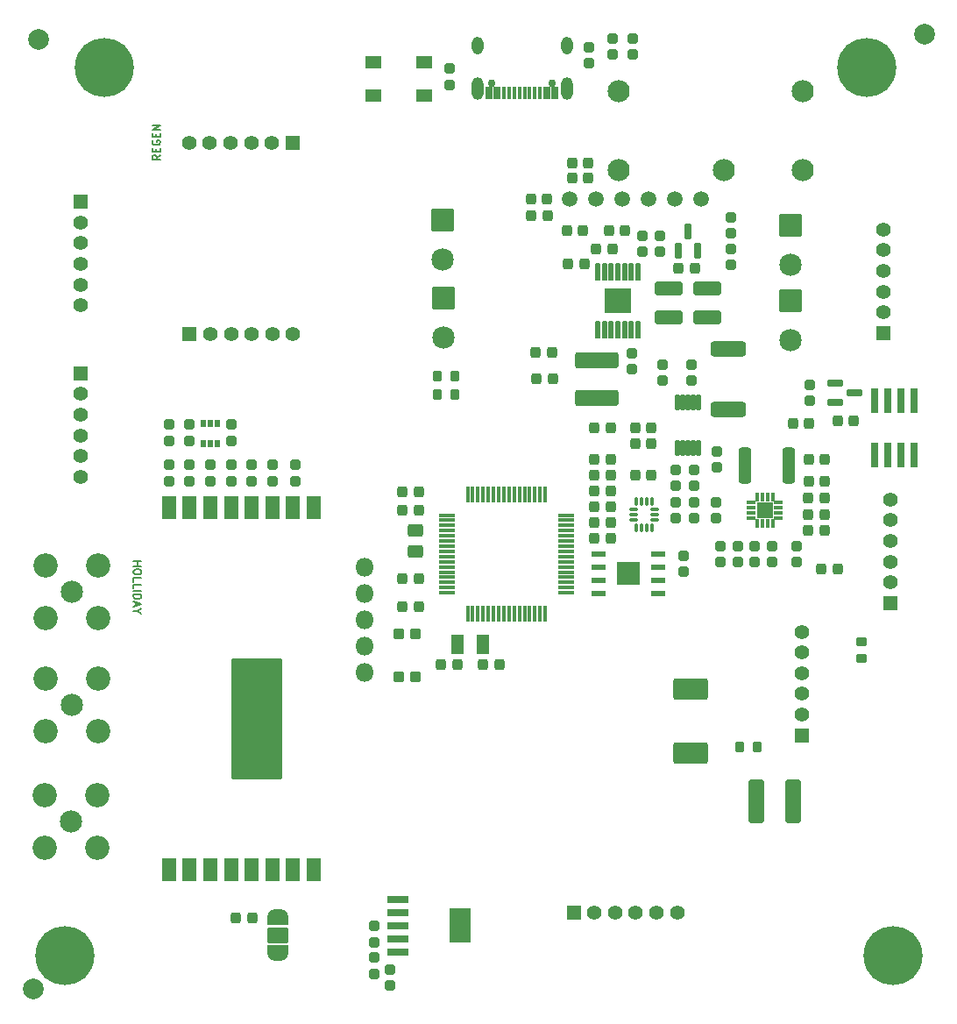
<source format=gts>
%TF.GenerationSoftware,KiCad,Pcbnew,(6.0.5)*%
%TF.CreationDate,2022-08-04T22:39:57-07:00*%
%TF.ProjectId,mainboard,6d61696e-626f-4617-9264-2e6b69636164,rev?*%
%TF.SameCoordinates,Original*%
%TF.FileFunction,Soldermask,Top*%
%TF.FilePolarity,Negative*%
%FSLAX46Y46*%
G04 Gerber Fmt 4.6, Leading zero omitted, Abs format (unit mm)*
G04 Created by KiCad (PCBNEW (6.0.5)) date 2022-08-04 22:39:57*
%MOMM*%
%LPD*%
G01*
G04 APERTURE LIST*
G04 Aperture macros list*
%AMRoundRect*
0 Rectangle with rounded corners*
0 $1 Rounding radius*
0 $2 $3 $4 $5 $6 $7 $8 $9 X,Y pos of 4 corners*
0 Add a 4 corners polygon primitive as box body*
4,1,4,$2,$3,$4,$5,$6,$7,$8,$9,$2,$3,0*
0 Add four circle primitives for the rounded corners*
1,1,$1+$1,$2,$3*
1,1,$1+$1,$4,$5*
1,1,$1+$1,$6,$7*
1,1,$1+$1,$8,$9*
0 Add four rect primitives between the rounded corners*
20,1,$1+$1,$2,$3,$4,$5,0*
20,1,$1+$1,$4,$5,$6,$7,0*
20,1,$1+$1,$6,$7,$8,$9,0*
20,1,$1+$1,$8,$9,$2,$3,0*%
%AMFreePoly0*
4,1,42,0.785921,0.985921,0.800800,0.950000,0.800800,-0.950000,0.785921,-0.985921,0.750000,-1.000800,0.000000,-1.000800,-0.012493,-0.995625,-0.095799,-0.994317,-0.107892,-0.992660,-0.270578,-0.949981,-0.281927,-0.945488,-0.429737,-0.865233,-0.439686,-0.858162,-0.564086,-0.744967,-0.572062,-0.735727,-0.665870,-0.596126,-0.671411,-0.585251,-0.729211,-0.427304,-0.731998,-0.415421,-0.749646,-0.255575,
-0.748541,-0.255453,-0.750800,-0.250000,-0.750800,0.250000,-0.750374,0.251027,-0.750455,0.251757,-0.750327,0.263961,-0.728373,0.430714,-0.725338,0.442536,-0.664242,0.599239,-0.658474,0.609996,-0.561763,0.747601,-0.553596,0.756672,-0.426853,0.867237,-0.416757,0.874098,-0.267299,0.951239,-0.255859,0.955493,-0.092315,0.994757,-0.080190,0.996160,-0.012063,0.995804,0.000000,1.000800,
0.750000,1.000800,0.785921,0.985921,0.785921,0.985921,$1*%
%AMFreePoly1*
4,1,41,0.012372,0.995676,0.087999,0.995279,0.100109,0.993750,0.263234,0.952776,0.274629,0.948401,0.423270,0.869699,0.433293,0.862733,0.558872,0.750847,0.566944,0.741691,0.662209,0.603080,0.667864,0.592263,0.727315,0.434929,0.730226,0.423076,0.750432,0.256103,0.750800,0.250000,0.750800,-0.250000,0.750797,-0.250534,0.750643,-0.265194,0.750139,-0.271818,0.726441,-0.438331,
0.723282,-0.450121,0.660549,-0.606176,0.654669,-0.616872,0.556522,-0.753457,0.548260,-0.762442,0.420366,-0.871674,0.410200,-0.878428,0.259943,-0.954000,0.248458,-0.958135,0.084511,-0.995683,0.072372,-0.996959,0.011580,-0.996004,0.000000,-1.000800,-0.750000,-1.000800,-0.785921,-0.985921,-0.800800,-0.950000,-0.800800,0.950000,-0.785921,0.985921,-0.750000,1.000800,0.000000,1.000800,
0.012372,0.995676,0.012372,0.995676,$1*%
G04 Aperture macros list end*
%ADD10C,0.190500*%
%ADD11RoundRect,0.250800X-0.200000X-0.275000X0.200000X-0.275000X0.200000X0.275000X-0.200000X0.275000X0*%
%ADD12RoundRect,0.250800X0.275000X-0.200000X0.275000X0.200000X-0.275000X0.200000X-0.275000X-0.200000X0*%
%ADD13RoundRect,0.300800X-1.400000X0.750000X-1.400000X-0.750000X1.400000X-0.750000X1.400000X0.750000X0*%
%ADD14RoundRect,0.269550X0.218750X0.256250X-0.218750X0.256250X-0.218750X-0.256250X0.218750X-0.256250X0*%
%ADD15RoundRect,0.269550X-0.256250X0.218750X-0.256250X-0.218750X0.256250X-0.218750X0.256250X0.218750X0*%
%ADD16RoundRect,0.269550X-0.218750X-0.256250X0.218750X-0.256250X0.218750X0.256250X-0.218750X0.256250X0*%
%ADD17RoundRect,0.269550X0.256250X-0.218750X0.256250X0.218750X-0.256250X0.218750X-0.256250X-0.218750X0*%
%ADD18RoundRect,0.063500X-0.152400X0.800100X-0.152400X-0.800100X0.152400X-0.800100X0.152400X0.800100X0*%
%ADD19RoundRect,0.063500X-1.230000X1.155000X-1.230000X-1.155000X1.230000X-1.155000X1.230000X1.155000X0*%
%ADD20RoundRect,0.063500X-0.660400X0.279400X-0.660400X-0.279400X0.660400X-0.279400X0.660400X0.279400X0*%
%ADD21RoundRect,0.050800X0.150000X0.737500X-0.150000X0.737500X-0.150000X-0.737500X0.150000X-0.737500X0*%
%ADD22RoundRect,0.050800X0.737500X-0.150000X0.737500X0.150000X-0.737500X0.150000X-0.737500X-0.150000X0*%
%ADD23RoundRect,0.050800X0.304800X1.104900X-0.304800X1.104900X-0.304800X-1.104900X0.304800X-1.104900X0*%
%ADD24RoundRect,0.300800X-0.312500X-1.450000X0.312500X-1.450000X0.312500X1.450000X-0.312500X1.450000X0*%
%ADD25O,1.801600X1.801600*%
%ADD26RoundRect,0.063500X-0.600000X-0.225000X0.600000X-0.225000X0.600000X0.225000X-0.600000X0.225000X0*%
%ADD27RoundRect,0.063500X1.050000X-1.050000X1.050000X1.050000X-1.050000X1.050000X-1.050000X-1.050000X0*%
%ADD28RoundRect,0.063500X-0.350000X0.125000X-0.350000X-0.125000X0.350000X-0.125000X0.350000X0.125000X0*%
%ADD29RoundRect,0.063500X0.125000X0.350000X-0.125000X0.350000X-0.125000X-0.350000X0.125000X-0.350000X0*%
%ADD30RoundRect,0.063500X0.350000X-0.125000X0.350000X0.125000X-0.350000X0.125000X-0.350000X-0.125000X0*%
%ADD31RoundRect,0.063500X-0.125000X-0.350000X0.125000X-0.350000X0.125000X0.350000X-0.125000X0.350000X0*%
%ADD32RoundRect,0.063500X0.725000X-0.725000X0.725000X0.725000X-0.725000X0.725000X-0.725000X-0.725000X0*%
%ADD33C,5.701600*%
%ADD34C,2.000000*%
%ADD35C,2.133600*%
%ADD36C,2.151600*%
%ADD37C,2.351600*%
%ADD38RoundRect,0.050800X0.750000X0.500000X-0.750000X0.500000X-0.750000X-0.500000X0.750000X-0.500000X0*%
%ADD39RoundRect,0.050800X-0.125000X-0.337500X0.125000X-0.337500X0.125000X0.337500X-0.125000X0.337500X0*%
%ADD40RoundRect,0.050800X-0.337500X0.125000X-0.337500X-0.125000X0.337500X-0.125000X0.337500X0.125000X0*%
%ADD41RoundRect,0.300800X-0.450000X0.325000X-0.450000X-0.325000X0.450000X-0.325000X0.450000X0.325000X0*%
%ADD42RoundRect,0.050800X0.500000X0.900000X-0.500000X0.900000X-0.500000X-0.900000X0.500000X-0.900000X0*%
%ADD43RoundRect,0.063500X-1.016000X1.016000X-1.016000X-1.016000X1.016000X-1.016000X1.016000X1.016000X0*%
%ADD44C,2.159000*%
%ADD45RoundRect,0.300800X-1.425000X0.425000X-1.425000X-0.425000X1.425000X-0.425000X1.425000X0.425000X0*%
%ADD46RoundRect,0.383800X-1.767000X0.417000X-1.767000X-0.417000X1.767000X-0.417000X1.767000X0.417000X0*%
%ADD47RoundRect,0.063500X-0.279400X-0.660400X0.279400X-0.660400X0.279400X0.660400X-0.279400X0.660400X0*%
%ADD48RoundRect,0.300800X1.075000X-0.375000X1.075000X0.375000X-1.075000X0.375000X-1.075000X-0.375000X0*%
%ADD49RoundRect,0.050800X-0.165100X0.675000X-0.165100X-0.675000X0.165100X-0.675000X0.165100X0.675000X0*%
%ADD50RoundRect,0.063500X-0.650000X1.000000X-0.650000X-1.000000X0.650000X-1.000000X0.650000X1.000000X0*%
%ADD51RoundRect,0.063500X-2.350000X5.750000X-2.350000X-5.750000X2.350000X-5.750000X2.350000X5.750000X0*%
%ADD52RoundRect,0.050800X0.450000X-0.450000X0.450000X0.450000X-0.450000X0.450000X-0.450000X-0.450000X0*%
%ADD53RoundRect,0.050800X0.200000X-0.325000X0.200000X0.325000X-0.200000X0.325000X-0.200000X-0.325000X0*%
%ADD54RoundRect,0.050800X1.000000X-0.325000X1.000000X0.325000X-1.000000X0.325000X-1.000000X-0.325000X0*%
%ADD55RoundRect,0.050800X-1.000000X-1.600000X1.000000X-1.600000X1.000000X1.600000X-1.000000X1.600000X0*%
%ADD56FreePoly0,270.000000*%
%ADD57RoundRect,0.050800X-0.950000X0.700000X-0.950000X-0.700000X0.950000X-0.700000X0.950000X0.700000X0*%
%ADD58FreePoly1,270.000000*%
%ADD59C,0.751600*%
%ADD60RoundRect,0.050800X0.300000X0.575000X-0.300000X0.575000X-0.300000X-0.575000X0.300000X-0.575000X0*%
%ADD61RoundRect,0.050800X0.150000X0.575000X-0.150000X0.575000X-0.150000X-0.575000X0.150000X-0.575000X0*%
%ADD62O,1.101600X2.201600*%
%ADD63O,1.101600X1.701600*%
%ADD64RoundRect,0.250800X0.200000X0.275000X-0.200000X0.275000X-0.200000X-0.275000X0.200000X-0.275000X0*%
%ADD65RoundRect,0.383800X0.417000X1.767000X-0.417000X1.767000X-0.417000X-1.767000X0.417000X-1.767000X0*%
%ADD66RoundRect,0.050800X-0.654000X0.654000X-0.654000X-0.654000X0.654000X-0.654000X0.654000X0.654000X0*%
%ADD67C,1.409600*%
%ADD68RoundRect,0.050800X0.654000X0.654000X-0.654000X0.654000X-0.654000X-0.654000X0.654000X-0.654000X0*%
%ADD69RoundRect,0.050800X0.654000X-0.654000X0.654000X0.654000X-0.654000X0.654000X-0.654000X-0.654000X0*%
%ADD70RoundRect,0.050800X-0.654000X-0.654000X0.654000X-0.654000X0.654000X0.654000X-0.654000X0.654000X0*%
%ADD71C,1.501600*%
G04 APERTURE END LIST*
D10*
X110018285Y-105246714D02*
X110780285Y-105246714D01*
X110417428Y-105246714D02*
X110417428Y-105682142D01*
X110018285Y-105682142D02*
X110780285Y-105682142D01*
X110780285Y-106190142D02*
X110780285Y-106335285D01*
X110744000Y-106407857D01*
X110671428Y-106480428D01*
X110526285Y-106516714D01*
X110272285Y-106516714D01*
X110127142Y-106480428D01*
X110054571Y-106407857D01*
X110018285Y-106335285D01*
X110018285Y-106190142D01*
X110054571Y-106117571D01*
X110127142Y-106045000D01*
X110272285Y-106008714D01*
X110526285Y-106008714D01*
X110671428Y-106045000D01*
X110744000Y-106117571D01*
X110780285Y-106190142D01*
X110018285Y-107206142D02*
X110018285Y-106843285D01*
X110780285Y-106843285D01*
X110018285Y-107823000D02*
X110018285Y-107460142D01*
X110780285Y-107460142D01*
X110018285Y-108077000D02*
X110780285Y-108077000D01*
X110018285Y-108439857D02*
X110780285Y-108439857D01*
X110780285Y-108621285D01*
X110744000Y-108730142D01*
X110671428Y-108802714D01*
X110598857Y-108839000D01*
X110453714Y-108875285D01*
X110344857Y-108875285D01*
X110199714Y-108839000D01*
X110127142Y-108802714D01*
X110054571Y-108730142D01*
X110018285Y-108621285D01*
X110018285Y-108439857D01*
X110236000Y-109165571D02*
X110236000Y-109528428D01*
X110018285Y-109093000D02*
X110780285Y-109347000D01*
X110018285Y-109601000D01*
X110381142Y-110000142D02*
X110018285Y-110000142D01*
X110780285Y-109746142D02*
X110381142Y-110000142D01*
X110780285Y-110254142D01*
X112612714Y-66003714D02*
X112249857Y-66257714D01*
X112612714Y-66439142D02*
X111850714Y-66439142D01*
X111850714Y-66148857D01*
X111887000Y-66076285D01*
X111923285Y-66040000D01*
X111995857Y-66003714D01*
X112104714Y-66003714D01*
X112177285Y-66040000D01*
X112213571Y-66076285D01*
X112249857Y-66148857D01*
X112249857Y-66439142D01*
X112213571Y-65677142D02*
X112213571Y-65423142D01*
X112612714Y-65314285D02*
X112612714Y-65677142D01*
X111850714Y-65677142D01*
X111850714Y-65314285D01*
X111887000Y-64588571D02*
X111850714Y-64661142D01*
X111850714Y-64770000D01*
X111887000Y-64878857D01*
X111959571Y-64951428D01*
X112032142Y-64987714D01*
X112177285Y-65024000D01*
X112286142Y-65024000D01*
X112431285Y-64987714D01*
X112503857Y-64951428D01*
X112576428Y-64878857D01*
X112612714Y-64770000D01*
X112612714Y-64697428D01*
X112576428Y-64588571D01*
X112540142Y-64552285D01*
X112286142Y-64552285D01*
X112286142Y-64697428D01*
X112213571Y-64225714D02*
X112213571Y-63971714D01*
X112612714Y-63862857D02*
X112612714Y-64225714D01*
X111850714Y-64225714D01*
X111850714Y-63862857D01*
X112612714Y-63536285D02*
X111850714Y-63536285D01*
X112612714Y-63100857D01*
X111850714Y-63100857D01*
D11*
X168593000Y-123190000D03*
X170243000Y-123190000D03*
D12*
X180340000Y-114617000D03*
X180340000Y-112967000D03*
D13*
X163830000Y-117550000D03*
X163830000Y-123750000D03*
D14*
X176809500Y-95377000D03*
X175234500Y-95377000D03*
D15*
X174053500Y-103733500D03*
X174053500Y-105308500D03*
D16*
X176475600Y-105966096D03*
X178050600Y-105966096D03*
D17*
X168402000Y-105308500D03*
X168402000Y-103733500D03*
D16*
X175205600Y-99097896D03*
X176780600Y-99097896D03*
X175205600Y-102235000D03*
X176780600Y-102235000D03*
D15*
X166291134Y-99501696D03*
X166291134Y-101076696D03*
D16*
X178028500Y-91694000D03*
X179603500Y-91694000D03*
D18*
X158766134Y-77289496D03*
X158116121Y-77289496D03*
X157466112Y-77289496D03*
X156816100Y-77289496D03*
X156166088Y-77289496D03*
X155516079Y-77289496D03*
X154866066Y-77289496D03*
X154866066Y-82826696D03*
X155516079Y-82826696D03*
X156166088Y-82826696D03*
X156816100Y-82826696D03*
X157466112Y-82826696D03*
X158116121Y-82826696D03*
X158766134Y-82826696D03*
D19*
X156816100Y-80058096D03*
D16*
X148945500Y-87630000D03*
X150520500Y-87630000D03*
X148853100Y-85090000D03*
X150428100Y-85090000D03*
D17*
X158178500Y-86703000D03*
X158178500Y-85128000D03*
D14*
X153568500Y-76517500D03*
X151993500Y-76517500D03*
X156299000Y-75057000D03*
X154724000Y-75057000D03*
D20*
X177783800Y-87995596D03*
X177783800Y-89900596D03*
X179663400Y-88948096D03*
D15*
X166751000Y-103733500D03*
X166751000Y-105308500D03*
D16*
X162661500Y-76962000D03*
X164236500Y-76962000D03*
D21*
X142300000Y-110259000D03*
X142800000Y-110259000D03*
X143300000Y-110259000D03*
X143800000Y-110259000D03*
X144300000Y-110259000D03*
X144800000Y-110259000D03*
X145300000Y-110259000D03*
X145800000Y-110259000D03*
X146300000Y-110259000D03*
X146800000Y-110259000D03*
X147300000Y-110259000D03*
X147800000Y-110259000D03*
X148300000Y-110259000D03*
X148800000Y-110259000D03*
X149300000Y-110259000D03*
X149800000Y-110259000D03*
D22*
X151788000Y-108271000D03*
X151788000Y-107771000D03*
X151788000Y-107271000D03*
X151788000Y-106771000D03*
X151788000Y-106271000D03*
X151788000Y-105771000D03*
X151788000Y-105271000D03*
X151788000Y-104771000D03*
X151788000Y-104271000D03*
X151788000Y-103771000D03*
X151788000Y-103271000D03*
X151788000Y-102771000D03*
X151788000Y-102271000D03*
X151788000Y-101771000D03*
X151788000Y-101271000D03*
X151788000Y-100771000D03*
D21*
X149800000Y-98783000D03*
X149300000Y-98783000D03*
X148800000Y-98783000D03*
X148300000Y-98783000D03*
X147800000Y-98783000D03*
X147300000Y-98783000D03*
X146800000Y-98783000D03*
X146300000Y-98783000D03*
X145800000Y-98783000D03*
X145300000Y-98783000D03*
X144800000Y-98783000D03*
X144300000Y-98783000D03*
X143800000Y-98783000D03*
X143300000Y-98783000D03*
X142800000Y-98783000D03*
X142300000Y-98783000D03*
D22*
X140312000Y-100771000D03*
X140312000Y-101271000D03*
X140312000Y-101771000D03*
X140312000Y-102271000D03*
X140312000Y-102771000D03*
X140312000Y-103271000D03*
X140312000Y-103771000D03*
X140312000Y-104271000D03*
X140312000Y-104771000D03*
X140312000Y-105271000D03*
X140312000Y-105771000D03*
X140312000Y-106271000D03*
X140312000Y-106771000D03*
X140312000Y-107271000D03*
X140312000Y-107771000D03*
X140312000Y-108271000D03*
D23*
X185420000Y-89712800D03*
X184150000Y-89712800D03*
X182880000Y-89712800D03*
X181610000Y-89712800D03*
X181610000Y-94945200D03*
X182880000Y-94945200D03*
X184150000Y-94945200D03*
X185420000Y-94945200D03*
D24*
X169058500Y-96012000D03*
X173333500Y-96012000D03*
D16*
X135991500Y-100330000D03*
X137566500Y-100330000D03*
D25*
X132384800Y-105816400D03*
X132384800Y-108356400D03*
X132384800Y-110896400D03*
X132384800Y-113436400D03*
X132384800Y-115976400D03*
D26*
X154996000Y-104521000D03*
X154996000Y-105791000D03*
X154996000Y-107061000D03*
X154996000Y-108331000D03*
X160726000Y-108331000D03*
X160726000Y-107061000D03*
X160726000Y-105791000D03*
X160726000Y-104521000D03*
D27*
X157861000Y-106426000D03*
D16*
X154533500Y-95377000D03*
X156108500Y-95377000D03*
D28*
X172316100Y-101046496D03*
X172316100Y-100546496D03*
X172316100Y-100046496D03*
X172316100Y-99546496D03*
D29*
X171766100Y-98996496D03*
X171266100Y-98996496D03*
X170766100Y-98996496D03*
X170266100Y-98996496D03*
D30*
X169716100Y-99546496D03*
X169716100Y-100046496D03*
X169716100Y-100546496D03*
X169716100Y-101046496D03*
D31*
X170266100Y-101596496D03*
X170766100Y-101596496D03*
X171266100Y-101596496D03*
X171766100Y-101596496D03*
D32*
X171016100Y-100296496D03*
D14*
X137566500Y-109601000D03*
X135991500Y-109601000D03*
D33*
X107236100Y-57564100D03*
X103426100Y-143294100D03*
X183426100Y-143294100D03*
X180896100Y-57564100D03*
D34*
X100330000Y-146558000D03*
D35*
X156892300Y-67485096D03*
X156892300Y-59865096D03*
X167052300Y-67485096D03*
X174672300Y-59865096D03*
X174672300Y-67485096D03*
D17*
X154051000Y-57155500D03*
X154051000Y-55580500D03*
D15*
X158254700Y-54711500D03*
X158254700Y-56286500D03*
D36*
X104076500Y-108204000D03*
D37*
X101536500Y-105664000D03*
X106616500Y-105664000D03*
X106616500Y-110744000D03*
X101536500Y-110744000D03*
D14*
X153949500Y-66776600D03*
X152374500Y-66776600D03*
D16*
X148437500Y-71818500D03*
X150012500Y-71818500D03*
D15*
X159194500Y-73761500D03*
X159194500Y-75336500D03*
D16*
X151866500Y-73279000D03*
X153441500Y-73279000D03*
D36*
X103949500Y-130365500D03*
D37*
X106489500Y-127825500D03*
X101409500Y-132905500D03*
X106489500Y-132905500D03*
X101409500Y-127825500D03*
D36*
X104076500Y-119126000D03*
D37*
X101536500Y-116586000D03*
X101536500Y-121666000D03*
X106616500Y-121666000D03*
X106616500Y-116586000D03*
D38*
X138086000Y-60274000D03*
X138086000Y-57074000D03*
X133186000Y-57074000D03*
X133186000Y-60274000D03*
D14*
X156108500Y-102997000D03*
X154533500Y-102997000D03*
D15*
X162433000Y-99501696D03*
X162433000Y-101076696D03*
D39*
X158635000Y-101973000D03*
X159135000Y-101973000D03*
X159635000Y-101973000D03*
X160135000Y-101973000D03*
D40*
X160397000Y-101211000D03*
X160397000Y-100711000D03*
X160397000Y-100211000D03*
D39*
X160135000Y-99449000D03*
X159635000Y-99449000D03*
X159135000Y-99449000D03*
X158635000Y-99449000D03*
D40*
X158373000Y-100211000D03*
X158373000Y-100711000D03*
X158373000Y-101211000D03*
D17*
X164211000Y-101076696D03*
X164211000Y-99501696D03*
D15*
X163195000Y-104670596D03*
X163195000Y-106245596D03*
D16*
X135991500Y-106934000D03*
X137566500Y-106934000D03*
D14*
X137566500Y-98552000D03*
X135991500Y-98552000D03*
D41*
X137287000Y-102226000D03*
X137287000Y-104276000D03*
D16*
X175205600Y-100700296D03*
X176780600Y-100700296D03*
X175234500Y-97536000D03*
X176809500Y-97536000D03*
D17*
X140589000Y-59207500D03*
X140589000Y-57632500D03*
D14*
X157505500Y-73279000D03*
X155930500Y-73279000D03*
D16*
X148399500Y-70231000D03*
X149974500Y-70231000D03*
X154533500Y-99949000D03*
X156108500Y-99949000D03*
X154533500Y-101473000D03*
X156108500Y-101473000D03*
D14*
X160045500Y-96901000D03*
X158470500Y-96901000D03*
X156108500Y-98425000D03*
X154533500Y-98425000D03*
D17*
X162433000Y-97942500D03*
X162433000Y-96367500D03*
X164211000Y-97942500D03*
X164211000Y-96367500D03*
D16*
X158470500Y-93853000D03*
X160045500Y-93853000D03*
D17*
X166370000Y-96164500D03*
X166370000Y-94589500D03*
D14*
X156108500Y-96901000D03*
X154533500Y-96901000D03*
D16*
X143789300Y-115183920D03*
X145364300Y-115183920D03*
D42*
X141294800Y-113278920D03*
X143794800Y-113278920D03*
D14*
X141300300Y-115183920D03*
X139725300Y-115183920D03*
D16*
X154533500Y-92329000D03*
X156108500Y-92329000D03*
D43*
X173532800Y-80035400D03*
D44*
X173532800Y-83891000D03*
D17*
X160909000Y-75336500D03*
X160909000Y-73761500D03*
X156293500Y-56286500D03*
X156293500Y-54711500D03*
D45*
X167513000Y-84730000D03*
X167513000Y-90530000D03*
D46*
X154813000Y-85830000D03*
X154813000Y-89430000D03*
D47*
X162623500Y-75234800D03*
X164528500Y-75234800D03*
X163576000Y-73355200D03*
D43*
X139954000Y-79781400D03*
D44*
X139954000Y-83637000D03*
D14*
X175285500Y-91948000D03*
X173710500Y-91948000D03*
D15*
X175387000Y-88160596D03*
X175387000Y-89735596D03*
D48*
X161769100Y-81712096D03*
X161769100Y-78912096D03*
X165481000Y-81712096D03*
X165481000Y-78912096D03*
D16*
X158470500Y-92329000D03*
X160045500Y-92329000D03*
D15*
X167767000Y-71983500D03*
X167767000Y-73558500D03*
X163957000Y-86207500D03*
X163957000Y-87782500D03*
D49*
X164576001Y-89905000D03*
X164075999Y-89905000D03*
X163576000Y-89905000D03*
X163076001Y-89905000D03*
X162575999Y-89905000D03*
X162575999Y-94255000D03*
X163076001Y-94255000D03*
X163576000Y-94255000D03*
X164075999Y-94255000D03*
X164576001Y-94255000D03*
D50*
X113438600Y-135011500D03*
X115438600Y-135011500D03*
X117438600Y-135011500D03*
X119438600Y-135011500D03*
X121438600Y-135011500D03*
X123438600Y-135011500D03*
X125438600Y-135011500D03*
X127438600Y-135011500D03*
X127438600Y-100011500D03*
X125438600Y-100011500D03*
X123438600Y-100011500D03*
X121438600Y-100011500D03*
X119438600Y-100011500D03*
X117438600Y-100011500D03*
X115438600Y-100011500D03*
X113438600Y-100011500D03*
D51*
X121938600Y-120411500D03*
D15*
X133266000Y-143484500D03*
X133266000Y-145059500D03*
X170053000Y-103733500D03*
X170053000Y-105308500D03*
X171703040Y-103733500D03*
X171703040Y-105308500D03*
D52*
X135661500Y-112250000D03*
X135661500Y-116350000D03*
X137261500Y-112250000D03*
X137261500Y-116350000D03*
D17*
X167767000Y-76606500D03*
X167767000Y-75031500D03*
X115438600Y-97498000D03*
X115438600Y-95923000D03*
X113438600Y-97498000D03*
X113438600Y-95923000D03*
D15*
X119438600Y-95923000D03*
X119438600Y-97498000D03*
D17*
X121438600Y-97498000D03*
X121438600Y-95923000D03*
X113438600Y-93586400D03*
X113438600Y-92011400D03*
X119438600Y-93586400D03*
X119438600Y-92011400D03*
D53*
X116788600Y-93850500D03*
X117438600Y-93850500D03*
X118088600Y-93850500D03*
X118088600Y-91950500D03*
X117438600Y-91950500D03*
X116788600Y-91950500D03*
D15*
X115438600Y-92011400D03*
X115438600Y-93586400D03*
X117438600Y-95923000D03*
X117438600Y-97498000D03*
X123438600Y-95923000D03*
X123438600Y-97498000D03*
D17*
X125666500Y-97498000D03*
X125666500Y-95923000D03*
D54*
X135600000Y-137922000D03*
X135600000Y-139192000D03*
X135600000Y-140462000D03*
X135600000Y-141732000D03*
X135600000Y-143002000D03*
D55*
X141600000Y-140462000D03*
D56*
X123939300Y-139625600D03*
D57*
X123939300Y-141325600D03*
D58*
X123939300Y-143025600D03*
D16*
X119913300Y-139674600D03*
X121488300Y-139674600D03*
D15*
X134790000Y-144627500D03*
X134790000Y-146202500D03*
X133266000Y-140436500D03*
X133266000Y-142011500D03*
D16*
X152374500Y-68199000D03*
X153949500Y-68199000D03*
D15*
X161163000Y-86207500D03*
X161163000Y-87782500D03*
D59*
X144662000Y-59063000D03*
X150442000Y-59063000D03*
D60*
X150752000Y-60038000D03*
X149952000Y-60038000D03*
D61*
X148802000Y-60038000D03*
X147802000Y-60038000D03*
X147302000Y-60038000D03*
X146302000Y-60038000D03*
D60*
X145152000Y-60038000D03*
X144352000Y-60038000D03*
D61*
X145802000Y-60038000D03*
X146802000Y-60038000D03*
X148302000Y-60038000D03*
X149302000Y-60038000D03*
D62*
X143232000Y-59563000D03*
X151872000Y-59563000D03*
D63*
X151872000Y-55413000D03*
X143232000Y-55413000D03*
D64*
X141033000Y-89154000D03*
X139383000Y-89154000D03*
X141033000Y-87376000D03*
X139383000Y-87376000D03*
D65*
X173758000Y-128397000D03*
X170158000Y-128397000D03*
D66*
X182473600Y-83181200D03*
D67*
X182473600Y-81181200D03*
X182473600Y-79181200D03*
X182473600Y-77181200D03*
X182473600Y-75181200D03*
X182473600Y-73181200D03*
D66*
X174561500Y-122030500D03*
D67*
X174561500Y-120030500D03*
X174561500Y-118030500D03*
X174561500Y-116030500D03*
X174561500Y-114030500D03*
X174561500Y-112030500D03*
D66*
X183134000Y-109267000D03*
D67*
X183134000Y-107267000D03*
X183134000Y-105267000D03*
X183134000Y-103267000D03*
X183134000Y-101267000D03*
X183134000Y-99267000D03*
D68*
X152543500Y-139128500D03*
D67*
X154543500Y-139128500D03*
X156543500Y-139128500D03*
X158543500Y-139128500D03*
X160543500Y-139128500D03*
X162543500Y-139128500D03*
D69*
X104902000Y-70501500D03*
D67*
X104902000Y-72501500D03*
X104902000Y-74501500D03*
X104902000Y-76501500D03*
X104902000Y-78501500D03*
X104902000Y-80501500D03*
D68*
X115446800Y-83312000D03*
D67*
X117446800Y-83312000D03*
X119446800Y-83312000D03*
X121446800Y-83312000D03*
X123446800Y-83312000D03*
X125446800Y-83312000D03*
D70*
X125396000Y-64820800D03*
D67*
X123396000Y-64820800D03*
X121396000Y-64820800D03*
X119396000Y-64820800D03*
X117396000Y-64820800D03*
X115396000Y-64820800D03*
D69*
X104902000Y-87075000D03*
D67*
X104902000Y-89075000D03*
X104902000Y-91075000D03*
X104902000Y-93075000D03*
X104902000Y-95075000D03*
X104902000Y-97075000D03*
D43*
X139903200Y-72263000D03*
D44*
X139903200Y-76118600D03*
D43*
X173532800Y-72771000D03*
D44*
X173532800Y-76626600D03*
D34*
X186436000Y-54356000D03*
X100838000Y-54864000D03*
D71*
X152146000Y-70231000D03*
X154686000Y-70231000D03*
X157226000Y-70231000D03*
X159766000Y-70231000D03*
X162306000Y-70231000D03*
X164846000Y-70231000D03*
M02*

</source>
